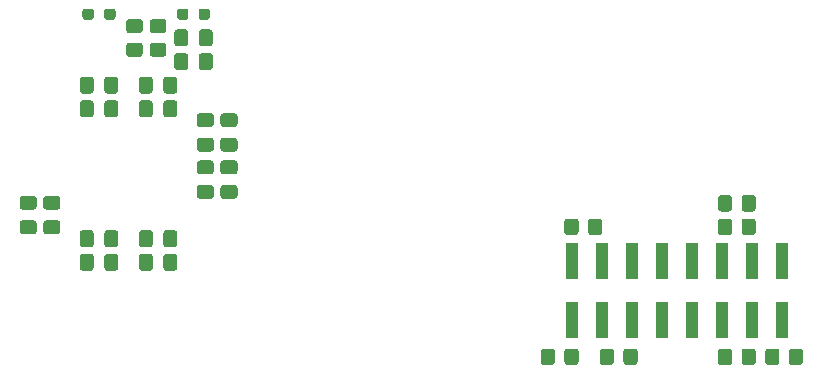
<source format=gbp>
%TF.GenerationSoftware,KiCad,Pcbnew,5.1.9+dfsg1-1+deb11u1*%
%TF.CreationDate,2025-10-24T14:32:27+02:00*%
%TF.ProjectId,VERA-XE-HDMI-Expansion,56455241-2d58-4452-9d48-444d492d4578,1.1*%
%TF.SameCoordinates,Original*%
%TF.FileFunction,Paste,Bot*%
%TF.FilePolarity,Positive*%
%FSLAX46Y46*%
G04 Gerber Fmt 4.6, Leading zero omitted, Abs format (unit mm)*
G04 Created by KiCad (PCBNEW 5.1.9+dfsg1-1+deb11u1) date 2025-10-24 14:32:27*
%MOMM*%
%LPD*%
G01*
G04 APERTURE LIST*
%ADD10R,1.000000X3.150000*%
G04 APERTURE END LIST*
%TO.C,C5*%
G36*
G01*
X131050000Y-85925000D02*
X131050000Y-86875000D01*
G75*
G02*
X130800000Y-87125000I-250000J0D01*
G01*
X130125000Y-87125000D01*
G75*
G02*
X129875000Y-86875000I0J250000D01*
G01*
X129875000Y-85925000D01*
G75*
G02*
X130125000Y-85675000I250000J0D01*
G01*
X130800000Y-85675000D01*
G75*
G02*
X131050000Y-85925000I0J-250000D01*
G01*
G37*
G36*
G01*
X133125000Y-85925000D02*
X133125000Y-86875000D01*
G75*
G02*
X132875000Y-87125000I-250000J0D01*
G01*
X132200000Y-87125000D01*
G75*
G02*
X131950000Y-86875000I0J250000D01*
G01*
X131950000Y-85925000D01*
G75*
G02*
X132200000Y-85675000I250000J0D01*
G01*
X132875000Y-85675000D01*
G75*
G02*
X133125000Y-85925000I0J-250000D01*
G01*
G37*
%TD*%
%TO.C,C6*%
G36*
G01*
X133125000Y-87925000D02*
X133125000Y-88875000D01*
G75*
G02*
X132875000Y-89125000I-250000J0D01*
G01*
X132200000Y-89125000D01*
G75*
G02*
X131950000Y-88875000I0J250000D01*
G01*
X131950000Y-87925000D01*
G75*
G02*
X132200000Y-87675000I250000J0D01*
G01*
X132875000Y-87675000D01*
G75*
G02*
X133125000Y-87925000I0J-250000D01*
G01*
G37*
G36*
G01*
X131050000Y-87925000D02*
X131050000Y-88875000D01*
G75*
G02*
X130800000Y-89125000I-250000J0D01*
G01*
X130125000Y-89125000D01*
G75*
G02*
X129875000Y-88875000I0J250000D01*
G01*
X129875000Y-87925000D01*
G75*
G02*
X130125000Y-87675000I250000J0D01*
G01*
X130800000Y-87675000D01*
G75*
G02*
X131050000Y-87925000I0J-250000D01*
G01*
G37*
%TD*%
%TO.C,C11*%
G36*
G01*
X136950000Y-86875000D02*
X136950000Y-85925000D01*
G75*
G02*
X137200000Y-85675000I250000J0D01*
G01*
X137875000Y-85675000D01*
G75*
G02*
X138125000Y-85925000I0J-250000D01*
G01*
X138125000Y-86875000D01*
G75*
G02*
X137875000Y-87125000I-250000J0D01*
G01*
X137200000Y-87125000D01*
G75*
G02*
X136950000Y-86875000I0J250000D01*
G01*
G37*
G36*
G01*
X134875000Y-86875000D02*
X134875000Y-85925000D01*
G75*
G02*
X135125000Y-85675000I250000J0D01*
G01*
X135800000Y-85675000D01*
G75*
G02*
X136050000Y-85925000I0J-250000D01*
G01*
X136050000Y-86875000D01*
G75*
G02*
X135800000Y-87125000I-250000J0D01*
G01*
X135125000Y-87125000D01*
G75*
G02*
X134875000Y-86875000I0J250000D01*
G01*
G37*
%TD*%
%TO.C,C12*%
G36*
G01*
X134875000Y-88875000D02*
X134875000Y-87925000D01*
G75*
G02*
X135125000Y-87675000I250000J0D01*
G01*
X135800000Y-87675000D01*
G75*
G02*
X136050000Y-87925000I0J-250000D01*
G01*
X136050000Y-88875000D01*
G75*
G02*
X135800000Y-89125000I-250000J0D01*
G01*
X135125000Y-89125000D01*
G75*
G02*
X134875000Y-88875000I0J250000D01*
G01*
G37*
G36*
G01*
X136950000Y-88875000D02*
X136950000Y-87925000D01*
G75*
G02*
X137200000Y-87675000I250000J0D01*
G01*
X137875000Y-87675000D01*
G75*
G02*
X138125000Y-87925000I0J-250000D01*
G01*
X138125000Y-88875000D01*
G75*
G02*
X137875000Y-89125000I-250000J0D01*
G01*
X137200000Y-89125000D01*
G75*
G02*
X136950000Y-88875000I0J250000D01*
G01*
G37*
%TD*%
%TO.C,C20*%
G36*
G01*
X142975000Y-96025000D02*
X142025000Y-96025000D01*
G75*
G02*
X141775000Y-95775000I0J250000D01*
G01*
X141775000Y-95100000D01*
G75*
G02*
X142025000Y-94850000I250000J0D01*
G01*
X142975000Y-94850000D01*
G75*
G02*
X143225000Y-95100000I0J-250000D01*
G01*
X143225000Y-95775000D01*
G75*
G02*
X142975000Y-96025000I-250000J0D01*
G01*
G37*
G36*
G01*
X142975000Y-93950000D02*
X142025000Y-93950000D01*
G75*
G02*
X141775000Y-93700000I0J250000D01*
G01*
X141775000Y-93025000D01*
G75*
G02*
X142025000Y-92775000I250000J0D01*
G01*
X142975000Y-92775000D01*
G75*
G02*
X143225000Y-93025000I0J-250000D01*
G01*
X143225000Y-93700000D01*
G75*
G02*
X142975000Y-93950000I-250000J0D01*
G01*
G37*
%TD*%
%TO.C,C21*%
G36*
G01*
X140975000Y-93950000D02*
X140025000Y-93950000D01*
G75*
G02*
X139775000Y-93700000I0J250000D01*
G01*
X139775000Y-93025000D01*
G75*
G02*
X140025000Y-92775000I250000J0D01*
G01*
X140975000Y-92775000D01*
G75*
G02*
X141225000Y-93025000I0J-250000D01*
G01*
X141225000Y-93700000D01*
G75*
G02*
X140975000Y-93950000I-250000J0D01*
G01*
G37*
G36*
G01*
X140975000Y-96025000D02*
X140025000Y-96025000D01*
G75*
G02*
X139775000Y-95775000I0J250000D01*
G01*
X139775000Y-95100000D01*
G75*
G02*
X140025000Y-94850000I250000J0D01*
G01*
X140975000Y-94850000D01*
G75*
G02*
X141225000Y-95100000I0J-250000D01*
G01*
X141225000Y-95775000D01*
G75*
G02*
X140975000Y-96025000I-250000J0D01*
G01*
G37*
%TD*%
%TO.C,C22*%
G36*
G01*
X142975000Y-92025000D02*
X142025000Y-92025000D01*
G75*
G02*
X141775000Y-91775000I0J250000D01*
G01*
X141775000Y-91100000D01*
G75*
G02*
X142025000Y-90850000I250000J0D01*
G01*
X142975000Y-90850000D01*
G75*
G02*
X143225000Y-91100000I0J-250000D01*
G01*
X143225000Y-91775000D01*
G75*
G02*
X142975000Y-92025000I-250000J0D01*
G01*
G37*
G36*
G01*
X142975000Y-89950000D02*
X142025000Y-89950000D01*
G75*
G02*
X141775000Y-89700000I0J250000D01*
G01*
X141775000Y-89025000D01*
G75*
G02*
X142025000Y-88775000I250000J0D01*
G01*
X142975000Y-88775000D01*
G75*
G02*
X143225000Y-89025000I0J-250000D01*
G01*
X143225000Y-89700000D01*
G75*
G02*
X142975000Y-89950000I-250000J0D01*
G01*
G37*
%TD*%
%TO.C,C23*%
G36*
G01*
X140975000Y-89950000D02*
X140025000Y-89950000D01*
G75*
G02*
X139775000Y-89700000I0J250000D01*
G01*
X139775000Y-89025000D01*
G75*
G02*
X140025000Y-88775000I250000J0D01*
G01*
X140975000Y-88775000D01*
G75*
G02*
X141225000Y-89025000I0J-250000D01*
G01*
X141225000Y-89700000D01*
G75*
G02*
X140975000Y-89950000I-250000J0D01*
G01*
G37*
G36*
G01*
X140975000Y-92025000D02*
X140025000Y-92025000D01*
G75*
G02*
X139775000Y-91775000I0J250000D01*
G01*
X139775000Y-91100000D01*
G75*
G02*
X140025000Y-90850000I250000J0D01*
G01*
X140975000Y-90850000D01*
G75*
G02*
X141225000Y-91100000I0J-250000D01*
G01*
X141225000Y-91775000D01*
G75*
G02*
X140975000Y-92025000I-250000J0D01*
G01*
G37*
%TD*%
%TO.C,C24*%
G36*
G01*
X129875000Y-101875000D02*
X129875000Y-100925000D01*
G75*
G02*
X130125000Y-100675000I250000J0D01*
G01*
X130800000Y-100675000D01*
G75*
G02*
X131050000Y-100925000I0J-250000D01*
G01*
X131050000Y-101875000D01*
G75*
G02*
X130800000Y-102125000I-250000J0D01*
G01*
X130125000Y-102125000D01*
G75*
G02*
X129875000Y-101875000I0J250000D01*
G01*
G37*
G36*
G01*
X131950000Y-101875000D02*
X131950000Y-100925000D01*
G75*
G02*
X132200000Y-100675000I250000J0D01*
G01*
X132875000Y-100675000D01*
G75*
G02*
X133125000Y-100925000I0J-250000D01*
G01*
X133125000Y-101875000D01*
G75*
G02*
X132875000Y-102125000I-250000J0D01*
G01*
X132200000Y-102125000D01*
G75*
G02*
X131950000Y-101875000I0J250000D01*
G01*
G37*
%TD*%
%TO.C,C25*%
G36*
G01*
X131950000Y-99875000D02*
X131950000Y-98925000D01*
G75*
G02*
X132200000Y-98675000I250000J0D01*
G01*
X132875000Y-98675000D01*
G75*
G02*
X133125000Y-98925000I0J-250000D01*
G01*
X133125000Y-99875000D01*
G75*
G02*
X132875000Y-100125000I-250000J0D01*
G01*
X132200000Y-100125000D01*
G75*
G02*
X131950000Y-99875000I0J250000D01*
G01*
G37*
G36*
G01*
X129875000Y-99875000D02*
X129875000Y-98925000D01*
G75*
G02*
X130125000Y-98675000I250000J0D01*
G01*
X130800000Y-98675000D01*
G75*
G02*
X131050000Y-98925000I0J-250000D01*
G01*
X131050000Y-99875000D01*
G75*
G02*
X130800000Y-100125000I-250000J0D01*
G01*
X130125000Y-100125000D01*
G75*
G02*
X129875000Y-99875000I0J250000D01*
G01*
G37*
%TD*%
%TO.C,C28*%
G36*
G01*
X136950000Y-101875000D02*
X136950000Y-100925000D01*
G75*
G02*
X137200000Y-100675000I250000J0D01*
G01*
X137875000Y-100675000D01*
G75*
G02*
X138125000Y-100925000I0J-250000D01*
G01*
X138125000Y-101875000D01*
G75*
G02*
X137875000Y-102125000I-250000J0D01*
G01*
X137200000Y-102125000D01*
G75*
G02*
X136950000Y-101875000I0J250000D01*
G01*
G37*
G36*
G01*
X134875000Y-101875000D02*
X134875000Y-100925000D01*
G75*
G02*
X135125000Y-100675000I250000J0D01*
G01*
X135800000Y-100675000D01*
G75*
G02*
X136050000Y-100925000I0J-250000D01*
G01*
X136050000Y-101875000D01*
G75*
G02*
X135800000Y-102125000I-250000J0D01*
G01*
X135125000Y-102125000D01*
G75*
G02*
X134875000Y-101875000I0J250000D01*
G01*
G37*
%TD*%
%TO.C,C29*%
G36*
G01*
X136950000Y-99875000D02*
X136950000Y-98925000D01*
G75*
G02*
X137200000Y-98675000I250000J0D01*
G01*
X137875000Y-98675000D01*
G75*
G02*
X138125000Y-98925000I0J-250000D01*
G01*
X138125000Y-99875000D01*
G75*
G02*
X137875000Y-100125000I-250000J0D01*
G01*
X137200000Y-100125000D01*
G75*
G02*
X136950000Y-99875000I0J250000D01*
G01*
G37*
G36*
G01*
X134875000Y-99875000D02*
X134875000Y-98925000D01*
G75*
G02*
X135125000Y-98675000I250000J0D01*
G01*
X135800000Y-98675000D01*
G75*
G02*
X136050000Y-98925000I0J-250000D01*
G01*
X136050000Y-99875000D01*
G75*
G02*
X135800000Y-100125000I-250000J0D01*
G01*
X135125000Y-100125000D01*
G75*
G02*
X134875000Y-99875000I0J250000D01*
G01*
G37*
%TD*%
%TO.C,C31*%
G36*
G01*
X137875000Y-82875000D02*
X137875000Y-81925000D01*
G75*
G02*
X138125000Y-81675000I250000J0D01*
G01*
X138800000Y-81675000D01*
G75*
G02*
X139050000Y-81925000I0J-250000D01*
G01*
X139050000Y-82875000D01*
G75*
G02*
X138800000Y-83125000I-250000J0D01*
G01*
X138125000Y-83125000D01*
G75*
G02*
X137875000Y-82875000I0J250000D01*
G01*
G37*
G36*
G01*
X139950000Y-82875000D02*
X139950000Y-81925000D01*
G75*
G02*
X140200000Y-81675000I250000J0D01*
G01*
X140875000Y-81675000D01*
G75*
G02*
X141125000Y-81925000I0J-250000D01*
G01*
X141125000Y-82875000D01*
G75*
G02*
X140875000Y-83125000I-250000J0D01*
G01*
X140200000Y-83125000D01*
G75*
G02*
X139950000Y-82875000I0J250000D01*
G01*
G37*
%TD*%
%TO.C,C32*%
G36*
G01*
X139950000Y-84875000D02*
X139950000Y-83925000D01*
G75*
G02*
X140200000Y-83675000I250000J0D01*
G01*
X140875000Y-83675000D01*
G75*
G02*
X141125000Y-83925000I0J-250000D01*
G01*
X141125000Y-84875000D01*
G75*
G02*
X140875000Y-85125000I-250000J0D01*
G01*
X140200000Y-85125000D01*
G75*
G02*
X139950000Y-84875000I0J250000D01*
G01*
G37*
G36*
G01*
X137875000Y-84875000D02*
X137875000Y-83925000D01*
G75*
G02*
X138125000Y-83675000I250000J0D01*
G01*
X138800000Y-83675000D01*
G75*
G02*
X139050000Y-83925000I0J-250000D01*
G01*
X139050000Y-84875000D01*
G75*
G02*
X138800000Y-85125000I-250000J0D01*
G01*
X138125000Y-85125000D01*
G75*
G02*
X137875000Y-84875000I0J250000D01*
G01*
G37*
%TD*%
%TO.C,C33*%
G36*
G01*
X125025000Y-97850000D02*
X125975000Y-97850000D01*
G75*
G02*
X126225000Y-98100000I0J-250000D01*
G01*
X126225000Y-98775000D01*
G75*
G02*
X125975000Y-99025000I-250000J0D01*
G01*
X125025000Y-99025000D01*
G75*
G02*
X124775000Y-98775000I0J250000D01*
G01*
X124775000Y-98100000D01*
G75*
G02*
X125025000Y-97850000I250000J0D01*
G01*
G37*
G36*
G01*
X125025000Y-95775000D02*
X125975000Y-95775000D01*
G75*
G02*
X126225000Y-96025000I0J-250000D01*
G01*
X126225000Y-96700000D01*
G75*
G02*
X125975000Y-96950000I-250000J0D01*
G01*
X125025000Y-96950000D01*
G75*
G02*
X124775000Y-96700000I0J250000D01*
G01*
X124775000Y-96025000D01*
G75*
G02*
X125025000Y-95775000I250000J0D01*
G01*
G37*
%TD*%
%TO.C,C34*%
G36*
G01*
X127025000Y-95775000D02*
X127975000Y-95775000D01*
G75*
G02*
X128225000Y-96025000I0J-250000D01*
G01*
X128225000Y-96700000D01*
G75*
G02*
X127975000Y-96950000I-250000J0D01*
G01*
X127025000Y-96950000D01*
G75*
G02*
X126775000Y-96700000I0J250000D01*
G01*
X126775000Y-96025000D01*
G75*
G02*
X127025000Y-95775000I250000J0D01*
G01*
G37*
G36*
G01*
X127025000Y-97850000D02*
X127975000Y-97850000D01*
G75*
G02*
X128225000Y-98100000I0J-250000D01*
G01*
X128225000Y-98775000D01*
G75*
G02*
X127975000Y-99025000I-250000J0D01*
G01*
X127025000Y-99025000D01*
G75*
G02*
X126775000Y-98775000I0J250000D01*
G01*
X126775000Y-98100000D01*
G75*
G02*
X127025000Y-97850000I250000J0D01*
G01*
G37*
%TD*%
%TO.C,R3*%
G36*
G01*
X175100000Y-108949999D02*
X175100000Y-109850001D01*
G75*
G02*
X174850001Y-110100000I-249999J0D01*
G01*
X174149999Y-110100000D01*
G75*
G02*
X173900000Y-109850001I0J249999D01*
G01*
X173900000Y-108949999D01*
G75*
G02*
X174149999Y-108700000I249999J0D01*
G01*
X174850001Y-108700000D01*
G75*
G02*
X175100000Y-108949999I0J-249999D01*
G01*
G37*
G36*
G01*
X177100000Y-108949999D02*
X177100000Y-109850001D01*
G75*
G02*
X176850001Y-110100000I-249999J0D01*
G01*
X176149999Y-110100000D01*
G75*
G02*
X175900000Y-109850001I0J249999D01*
G01*
X175900000Y-108949999D01*
G75*
G02*
X176149999Y-108700000I249999J0D01*
G01*
X176850001Y-108700000D01*
G75*
G02*
X177100000Y-108949999I0J-249999D01*
G01*
G37*
%TD*%
%TO.C,R4*%
G36*
G01*
X174100000Y-97949999D02*
X174100000Y-98850001D01*
G75*
G02*
X173850001Y-99100000I-249999J0D01*
G01*
X173149999Y-99100000D01*
G75*
G02*
X172900000Y-98850001I0J249999D01*
G01*
X172900000Y-97949999D01*
G75*
G02*
X173149999Y-97700000I249999J0D01*
G01*
X173850001Y-97700000D01*
G75*
G02*
X174100000Y-97949999I0J-249999D01*
G01*
G37*
G36*
G01*
X172100000Y-97949999D02*
X172100000Y-98850001D01*
G75*
G02*
X171850001Y-99100000I-249999J0D01*
G01*
X171149999Y-99100000D01*
G75*
G02*
X170900000Y-98850001I0J249999D01*
G01*
X170900000Y-97949999D01*
G75*
G02*
X171149999Y-97700000I249999J0D01*
G01*
X171850001Y-97700000D01*
G75*
G02*
X172100000Y-97949999I0J-249999D01*
G01*
G37*
%TD*%
%TO.C,R5*%
G36*
G01*
X170900000Y-109850001D02*
X170900000Y-108949999D01*
G75*
G02*
X171149999Y-108700000I249999J0D01*
G01*
X171850001Y-108700000D01*
G75*
G02*
X172100000Y-108949999I0J-249999D01*
G01*
X172100000Y-109850001D01*
G75*
G02*
X171850001Y-110100000I-249999J0D01*
G01*
X171149999Y-110100000D01*
G75*
G02*
X170900000Y-109850001I0J249999D01*
G01*
G37*
G36*
G01*
X168900000Y-109850001D02*
X168900000Y-108949999D01*
G75*
G02*
X169149999Y-108700000I249999J0D01*
G01*
X169850001Y-108700000D01*
G75*
G02*
X170100000Y-108949999I0J-249999D01*
G01*
X170100000Y-109850001D01*
G75*
G02*
X169850001Y-110100000I-249999J0D01*
G01*
X169149999Y-110100000D01*
G75*
G02*
X168900000Y-109850001I0J249999D01*
G01*
G37*
%TD*%
%TO.C,R6*%
G36*
G01*
X185900000Y-109850001D02*
X185900000Y-108949999D01*
G75*
G02*
X186149999Y-108700000I249999J0D01*
G01*
X186850001Y-108700000D01*
G75*
G02*
X187100000Y-108949999I0J-249999D01*
G01*
X187100000Y-109850001D01*
G75*
G02*
X186850001Y-110100000I-249999J0D01*
G01*
X186149999Y-110100000D01*
G75*
G02*
X185900000Y-109850001I0J249999D01*
G01*
G37*
G36*
G01*
X183900000Y-109850001D02*
X183900000Y-108949999D01*
G75*
G02*
X184149999Y-108700000I249999J0D01*
G01*
X184850001Y-108700000D01*
G75*
G02*
X185100000Y-108949999I0J-249999D01*
G01*
X185100000Y-109850001D01*
G75*
G02*
X184850001Y-110100000I-249999J0D01*
G01*
X184149999Y-110100000D01*
G75*
G02*
X183900000Y-109850001I0J249999D01*
G01*
G37*
%TD*%
%TO.C,R7*%
G36*
G01*
X139075000Y-80162500D02*
X139075000Y-80637500D01*
G75*
G02*
X138837500Y-80875000I-237500J0D01*
G01*
X138337500Y-80875000D01*
G75*
G02*
X138100000Y-80637500I0J237500D01*
G01*
X138100000Y-80162500D01*
G75*
G02*
X138337500Y-79925000I237500J0D01*
G01*
X138837500Y-79925000D01*
G75*
G02*
X139075000Y-80162500I0J-237500D01*
G01*
G37*
G36*
G01*
X140900000Y-80162500D02*
X140900000Y-80637500D01*
G75*
G02*
X140662500Y-80875000I-237500J0D01*
G01*
X140162500Y-80875000D01*
G75*
G02*
X139925000Y-80637500I0J237500D01*
G01*
X139925000Y-80162500D01*
G75*
G02*
X140162500Y-79925000I237500J0D01*
G01*
X140662500Y-79925000D01*
G75*
G02*
X140900000Y-80162500I0J-237500D01*
G01*
G37*
%TD*%
%TO.C,R8*%
G36*
G01*
X130100000Y-80637500D02*
X130100000Y-80162500D01*
G75*
G02*
X130337500Y-79925000I237500J0D01*
G01*
X130837500Y-79925000D01*
G75*
G02*
X131075000Y-80162500I0J-237500D01*
G01*
X131075000Y-80637500D01*
G75*
G02*
X130837500Y-80875000I-237500J0D01*
G01*
X130337500Y-80875000D01*
G75*
G02*
X130100000Y-80637500I0J237500D01*
G01*
G37*
G36*
G01*
X131925000Y-80637500D02*
X131925000Y-80162500D01*
G75*
G02*
X132162500Y-79925000I237500J0D01*
G01*
X132662500Y-79925000D01*
G75*
G02*
X132900000Y-80162500I0J-237500D01*
G01*
X132900000Y-80637500D01*
G75*
G02*
X132662500Y-80875000I-237500J0D01*
G01*
X132162500Y-80875000D01*
G75*
G02*
X131925000Y-80637500I0J237500D01*
G01*
G37*
%TD*%
%TO.C,R9*%
G36*
G01*
X183900000Y-98850001D02*
X183900000Y-97949999D01*
G75*
G02*
X184149999Y-97700000I249999J0D01*
G01*
X184850001Y-97700000D01*
G75*
G02*
X185100000Y-97949999I0J-249999D01*
G01*
X185100000Y-98850001D01*
G75*
G02*
X184850001Y-99100000I-249999J0D01*
G01*
X184149999Y-99100000D01*
G75*
G02*
X183900000Y-98850001I0J249999D01*
G01*
G37*
G36*
G01*
X185900000Y-98850001D02*
X185900000Y-97949999D01*
G75*
G02*
X186149999Y-97700000I249999J0D01*
G01*
X186850001Y-97700000D01*
G75*
G02*
X187100000Y-97949999I0J-249999D01*
G01*
X187100000Y-98850001D01*
G75*
G02*
X186850001Y-99100000I-249999J0D01*
G01*
X186149999Y-99100000D01*
G75*
G02*
X185900000Y-98850001I0J249999D01*
G01*
G37*
%TD*%
%TO.C,R10*%
G36*
G01*
X136049999Y-80800000D02*
X136950001Y-80800000D01*
G75*
G02*
X137200000Y-81049999I0J-249999D01*
G01*
X137200000Y-81750001D01*
G75*
G02*
X136950001Y-82000000I-249999J0D01*
G01*
X136049999Y-82000000D01*
G75*
G02*
X135800000Y-81750001I0J249999D01*
G01*
X135800000Y-81049999D01*
G75*
G02*
X136049999Y-80800000I249999J0D01*
G01*
G37*
G36*
G01*
X136049999Y-82800000D02*
X136950001Y-82800000D01*
G75*
G02*
X137200000Y-83049999I0J-249999D01*
G01*
X137200000Y-83750001D01*
G75*
G02*
X136950001Y-84000000I-249999J0D01*
G01*
X136049999Y-84000000D01*
G75*
G02*
X135800000Y-83750001I0J249999D01*
G01*
X135800000Y-83049999D01*
G75*
G02*
X136049999Y-82800000I249999J0D01*
G01*
G37*
%TD*%
%TO.C,R11*%
G36*
G01*
X191100000Y-108949999D02*
X191100000Y-109850001D01*
G75*
G02*
X190850001Y-110100000I-249999J0D01*
G01*
X190149999Y-110100000D01*
G75*
G02*
X189900000Y-109850001I0J249999D01*
G01*
X189900000Y-108949999D01*
G75*
G02*
X190149999Y-108700000I249999J0D01*
G01*
X190850001Y-108700000D01*
G75*
G02*
X191100000Y-108949999I0J-249999D01*
G01*
G37*
G36*
G01*
X189100000Y-108949999D02*
X189100000Y-109850001D01*
G75*
G02*
X188850001Y-110100000I-249999J0D01*
G01*
X188149999Y-110100000D01*
G75*
G02*
X187900000Y-109850001I0J249999D01*
G01*
X187900000Y-108949999D01*
G75*
G02*
X188149999Y-108700000I249999J0D01*
G01*
X188850001Y-108700000D01*
G75*
G02*
X189100000Y-108949999I0J-249999D01*
G01*
G37*
%TD*%
%TO.C,R12*%
G36*
G01*
X185900000Y-96850001D02*
X185900000Y-95949999D01*
G75*
G02*
X186149999Y-95700000I249999J0D01*
G01*
X186850001Y-95700000D01*
G75*
G02*
X187100000Y-95949999I0J-249999D01*
G01*
X187100000Y-96850001D01*
G75*
G02*
X186850001Y-97100000I-249999J0D01*
G01*
X186149999Y-97100000D01*
G75*
G02*
X185900000Y-96850001I0J249999D01*
G01*
G37*
G36*
G01*
X183900000Y-96850001D02*
X183900000Y-95949999D01*
G75*
G02*
X184149999Y-95700000I249999J0D01*
G01*
X184850001Y-95700000D01*
G75*
G02*
X185100000Y-95949999I0J-249999D01*
G01*
X185100000Y-96850001D01*
G75*
G02*
X184850001Y-97100000I-249999J0D01*
G01*
X184149999Y-97100000D01*
G75*
G02*
X183900000Y-96850001I0J249999D01*
G01*
G37*
%TD*%
%TO.C,R13*%
G36*
G01*
X134049999Y-82800000D02*
X134950001Y-82800000D01*
G75*
G02*
X135200000Y-83049999I0J-249999D01*
G01*
X135200000Y-83750001D01*
G75*
G02*
X134950001Y-84000000I-249999J0D01*
G01*
X134049999Y-84000000D01*
G75*
G02*
X133800000Y-83750001I0J249999D01*
G01*
X133800000Y-83049999D01*
G75*
G02*
X134049999Y-82800000I249999J0D01*
G01*
G37*
G36*
G01*
X134049999Y-80800000D02*
X134950001Y-80800000D01*
G75*
G02*
X135200000Y-81049999I0J-249999D01*
G01*
X135200000Y-81750001D01*
G75*
G02*
X134950001Y-82000000I-249999J0D01*
G01*
X134049999Y-82000000D01*
G75*
G02*
X133800000Y-81750001I0J249999D01*
G01*
X133800000Y-81049999D01*
G75*
G02*
X134049999Y-80800000I249999J0D01*
G01*
G37*
%TD*%
D10*
%TO.C,J2*%
X189340000Y-106325000D03*
X189340000Y-101275000D03*
X186800000Y-106325000D03*
X186800000Y-101275000D03*
X184260000Y-106325000D03*
X184260000Y-101275000D03*
X181720000Y-106325000D03*
X181720000Y-101275000D03*
X179180000Y-106325000D03*
X179180000Y-101275000D03*
X176640000Y-106325000D03*
X176640000Y-101275000D03*
X174100000Y-106325000D03*
X174100000Y-101275000D03*
X171560000Y-106325000D03*
X171560000Y-101275000D03*
%TD*%
M02*

</source>
